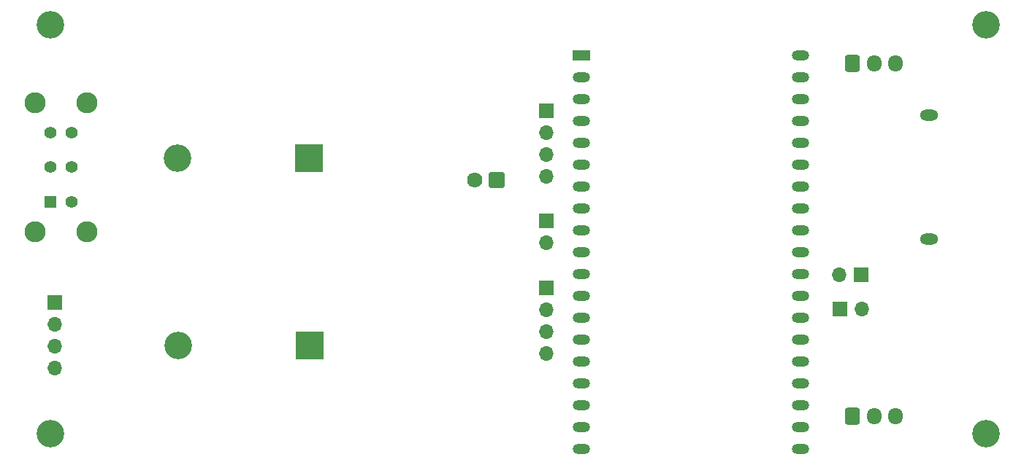
<source format=gbr>
%TF.GenerationSoftware,KiCad,Pcbnew,8.0.8*%
%TF.CreationDate,2025-03-18T22:09:40-04:00*%
%TF.ProjectId,pcb v4,70636220-7634-42e6-9b69-6361645f7063,rev?*%
%TF.SameCoordinates,Original*%
%TF.FileFunction,Soldermask,Bot*%
%TF.FilePolarity,Negative*%
%FSLAX46Y46*%
G04 Gerber Fmt 4.6, Leading zero omitted, Abs format (unit mm)*
G04 Created by KiCad (PCBNEW 8.0.8) date 2025-03-18 22:09:40*
%MOMM*%
%LPD*%
G01*
G04 APERTURE LIST*
G04 Aperture macros list*
%AMRoundRect*
0 Rectangle with rounded corners*
0 $1 Rounding radius*
0 $2 $3 $4 $5 $6 $7 $8 $9 X,Y pos of 4 corners*
0 Add a 4 corners polygon primitive as box body*
4,1,4,$2,$3,$4,$5,$6,$7,$8,$9,$2,$3,0*
0 Add four circle primitives for the rounded corners*
1,1,$1+$1,$2,$3*
1,1,$1+$1,$4,$5*
1,1,$1+$1,$6,$7*
1,1,$1+$1,$8,$9*
0 Add four rect primitives between the rounded corners*
20,1,$1+$1,$2,$3,$4,$5,0*
20,1,$1+$1,$4,$5,$6,$7,0*
20,1,$1+$1,$6,$7,$8,$9,0*
20,1,$1+$1,$8,$9,$2,$3,0*%
G04 Aperture macros list end*
%ADD10C,3.200000*%
%ADD11R,1.700000X1.700000*%
%ADD12O,1.700000X1.700000*%
%ADD13R,2.000000X1.200000*%
%ADD14O,2.000000X1.200000*%
%ADD15RoundRect,0.102000X0.604000X-0.604000X0.604000X0.604000X-0.604000X0.604000X-0.604000X-0.604000X0*%
%ADD16C,1.412000*%
%ADD17C,2.454000*%
%ADD18RoundRect,0.250000X-0.600000X-0.725000X0.600000X-0.725000X0.600000X0.725000X-0.600000X0.725000X0*%
%ADD19O,1.700000X1.950000*%
%ADD20C,1.779000*%
%ADD21RoundRect,0.102000X-0.787500X-0.787500X0.787500X-0.787500X0.787500X0.787500X-0.787500X0.787500X0*%
%ADD22R,3.200000X3.200000*%
%ADD23O,3.200000X3.200000*%
%ADD24O,2.104000X1.304000*%
G04 APERTURE END LIST*
D10*
%TO.C,H4*%
X247000000Y-86500000D03*
%TD*%
%TO.C,H3*%
X138500000Y-86500000D03*
%TD*%
%TO.C,H2*%
X247000000Y-39000000D03*
%TD*%
%TO.C,H1*%
X138500000Y-39000000D03*
%TD*%
D11*
%TO.C,J16*%
X230025000Y-72000000D03*
D12*
X232565000Y-72000000D03*
%TD*%
D11*
%TO.C,J6*%
X232500000Y-68000000D03*
D12*
X229960000Y-68000000D03*
%TD*%
D13*
%TO.C,U3*%
X200100000Y-42500000D03*
D14*
X200100000Y-45040000D03*
X200100000Y-47580000D03*
X200100000Y-50120000D03*
X200100000Y-52660000D03*
X200100000Y-55200000D03*
X200100000Y-57740000D03*
X200100000Y-60280000D03*
X200100000Y-62820000D03*
X200100000Y-65360000D03*
X200100000Y-67900000D03*
X200100000Y-70440000D03*
X200100000Y-72980000D03*
X200100000Y-75520000D03*
X200100000Y-78060000D03*
X200100000Y-80600000D03*
X200100000Y-83140000D03*
X200100000Y-85680000D03*
X200100000Y-88220000D03*
X225496320Y-88217280D03*
X225496320Y-85677280D03*
X225500000Y-83140000D03*
X225500000Y-80600000D03*
X225500000Y-78060000D03*
X225500000Y-75520000D03*
X225500000Y-72980000D03*
X225500000Y-70440000D03*
X225500000Y-67900000D03*
X225500000Y-65360000D03*
X225500000Y-62820000D03*
X225500000Y-60280000D03*
X225500000Y-57740000D03*
X225500000Y-55200000D03*
X225500000Y-52660000D03*
X225500000Y-50120000D03*
X225500000Y-47580000D03*
X225500000Y-45040000D03*
X225500000Y-42500000D03*
%TD*%
D15*
%TO.C,S1*%
X138500000Y-59500000D03*
D16*
X141000000Y-59500000D03*
X138500000Y-55500000D03*
X141000000Y-55500000D03*
X138500000Y-51500000D03*
X141000000Y-51500000D03*
D17*
X136750000Y-63000000D03*
X142750000Y-63000000D03*
X136750000Y-48000000D03*
X142750000Y-48000000D03*
%TD*%
D11*
%TO.C,J15*%
X196000000Y-69500000D03*
D12*
X196000000Y-72040000D03*
X196000000Y-74580000D03*
X196000000Y-77120000D03*
%TD*%
%TO.C,J12*%
X139025000Y-78820000D03*
X139025000Y-76280000D03*
X139025000Y-73740000D03*
D11*
X139025000Y-71200000D03*
%TD*%
%TO.C,J9*%
X196025000Y-61750000D03*
D12*
X196025000Y-64290000D03*
%TD*%
D11*
%TO.C,J8*%
X196000000Y-49000000D03*
D12*
X196000000Y-51540000D03*
X196000000Y-54080000D03*
X196000000Y-56620000D03*
%TD*%
D18*
%TO.C,J5*%
X231500000Y-43475000D03*
D19*
X234000000Y-43475000D03*
X236500000Y-43475000D03*
%TD*%
D18*
%TO.C,J4*%
X231500000Y-84475000D03*
D19*
X234000000Y-84475000D03*
X236500000Y-84475000D03*
%TD*%
D20*
%TO.C,J1*%
X187750000Y-57025000D03*
D21*
X190250000Y-57025000D03*
%TD*%
D22*
%TO.C,D3*%
X168620000Y-76225000D03*
D23*
X153380000Y-76225000D03*
%TD*%
%TO.C,D2*%
X153260000Y-54500000D03*
D22*
X168500000Y-54500000D03*
%TD*%
D24*
%TO.C,J7*%
X240400000Y-63844250D03*
X240400000Y-49444250D03*
%TD*%
M02*

</source>
